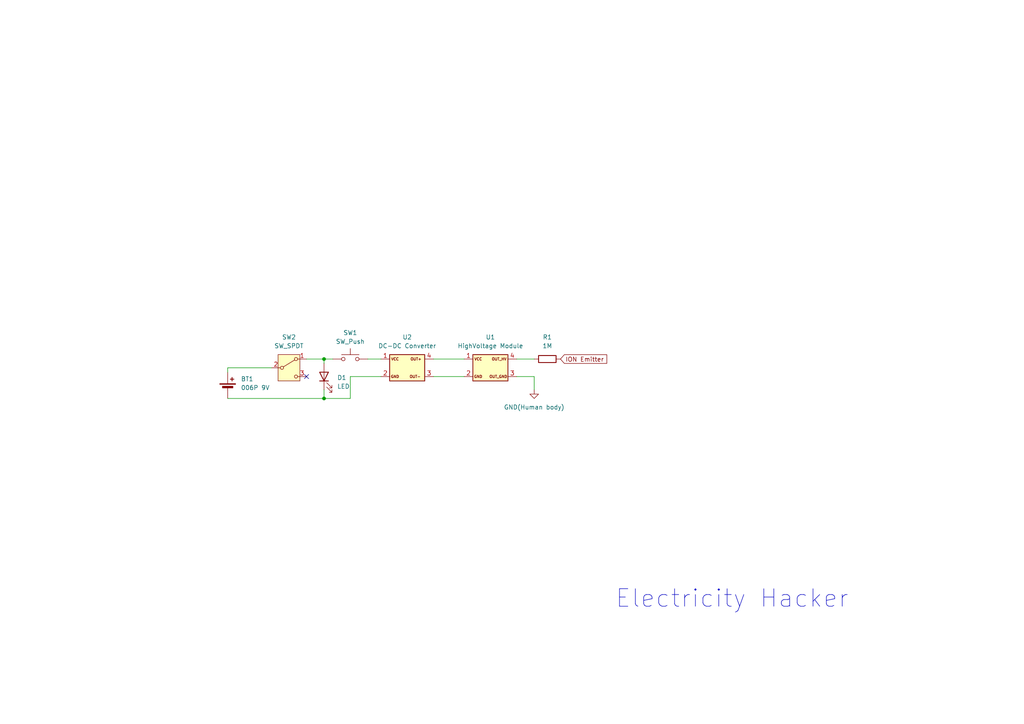
<source format=kicad_sch>
(kicad_sch (version 20250114) (generator "eeschema") (generator_version "9.0")
  (paper "A4")
  (lib_symbols
    (symbol "Device:Battery_Cell" (pin_numbers (hide yes)) (pin_names (offset 0) (hide yes))
      (property "Reference" "BT" (at 2.54 2.54 0))
      (property "Value" "Battery_Cell" (at 2.54 0 0))
      (symbol "Battery_Cell_0_1"
        (rectangle (start -2.286 1.778) (end 2.286 1.524) (fill (type outline)))
        (rectangle (start -1.524 1.016) (end 1.524 0.508) (fill (type outline)))
        (polyline (pts (xy 0 1.778) (xy 0 2.54)))
        (polyline (pts (xy 0 0.762) (xy 0 0)))
        (polyline (pts (xy 0.762 3.048) (xy 1.778 3.048)) (stroke (width 0.254)))
        (polyline (pts (xy 1.27 3.556) (xy 1.27 2.54)) (stroke (width 0.254)))
      )
      (symbol "Battery_Cell_1_1"
        (pin passive line (at 0 5.08 270) (length 2.54) (name "+") (number "1"))
        (pin passive line (at 0 -2.54 90) (length 2.54) (name "-") (number "2"))
      )
    )
    (symbol "Device:LED" (pin_numbers (hide yes)) (pin_names (offset 1.016) (hide yes))
      (property "Reference" "D" (at 0 2.54 0))
      (property "Value" "LED" (at 0 -2.54 0))
      (symbol "LED_0_1"
        (polyline (pts (xy -3.048 -0.762) (xy -4.572 -2.286) (xy -3.81 -2.286) (xy -4.572 -2.286) (xy -4.572 -1.524)))
        (polyline (pts (xy -1.778 -0.762) (xy -3.302 -2.286) (xy -2.54 -2.286) (xy -3.302 -2.286) (xy -3.302 -1.524)))
        (polyline (pts (xy -1.27 0) (xy 1.27 0)))
        (polyline (pts (xy -1.27 -1.27) (xy -1.27 1.27)) (stroke (width 0.254)))
        (polyline (pts (xy 1.27 -1.27) (xy 1.27 1.27) (xy -1.27 0) (xy 1.27 -1.27)) (stroke (width 0.254)))
      )
      (symbol "LED_1_1"
        (pin passive line (at -3.81 0 0) (length 2.54) (name "K") (number "1"))
        (pin passive line (at 3.81 0 180) (length 2.54) (name "A") (number "2"))
      )
    )
    (symbol "Device:R" (pin_numbers (hide yes)) (pin_names (offset 0))
      (property "Reference" "R" (at 2.032 0 90))
      (property "Value" "R" (at 0 0 90))
      (symbol "R_0_1"
        (rectangle (start -1.016 -2.54) (end 1.016 2.54) (stroke (width 0.254)))
      )
      (symbol "R_1_1"
        (pin passive line (at 0 3.81 270) (length 1.27) (name "~") (number "1"))
        (pin passive line (at 0 -3.81 90) (length 1.27) (name "~") (number "2"))
      )
    )
    (symbol "Isolator:PC817" (pin_names (offset 1.016))
      (property "Reference" "U1" (at 0 8.89 0))
      (property "Value" "HighVoltage Module" (at 0 6.35 0))
      (symbol "PC817_0_1"
        (rectangle (start -5.08 3.81) (end 5.08 -3.81) (stroke (width 0.254)) (fill (type background)))
      )
      (symbol "PC817_1_1"
        (text "VCC" (at -3.556 2.54 0) (effects (font (size 0.762 0.762))))
        (text "GND" (at -3.556 -2.54 0) (effects (font (size 0.762 0.762))))
        (text "OUT_GND" (at 2.286 -2.54 0) (effects (font (size 0.762 0.762))))
        (text "OUT_HV" (at 2.54 2.54 0) (effects (font (size 0.762 0.762))))
        (pin passive line (at -7.62 2.54 0) (length 2.54) (name "~") (number "1"))
        (pin passive line (at -7.62 -2.54 0) (length 2.54) (name "~") (number "2"))
        (pin passive line (at 7.62 2.54 180) (length 2.54) (name "~") (number "4"))
        (pin passive line (at 7.62 -2.54 180) (length 2.54) (name "~") (number "3"))
      )
    )
    (symbol "PC817_1" (pin_names (offset 1.016))
      (property "Reference" "U2" (at 0 8.89 0))
      (property "Value" "DC-DC Converter" (at 0 6.35 0))
      (symbol "PC817_1_0_1"
        (rectangle (start -5.08 3.81) (end 5.08 -3.81) (stroke (width 0.254)) (fill (type background)))
      )
      (symbol "PC817_1_1_1"
        (text "VCC" (at -3.556 2.54 0) (effects (font (size 0.762 0.762))))
        (text "GND" (at -3.556 -2.54 0) (effects (font (size 0.762 0.762))))
        (text "OUT-" (at 2.286 -2.54 0) (effects (font (size 0.762 0.762))))
        (text "OUT+" (at 2.54 2.54 0) (effects (font (size 0.762 0.762))))
        (pin passive line (at -7.62 2.54 0) (length 2.54) (name "~") (number "1"))
        (pin passive line (at -7.62 -2.54 0) (length 2.54) (name "~") (number "2"))
        (pin passive line (at 7.62 2.54 180) (length 2.54) (name "~") (number "4"))
        (pin passive line (at 7.62 -2.54 180) (length 2.54) (name "~") (number "3"))
      )
    )
    (symbol "Switch:SW_Push" (pin_numbers (hide yes)) (pin_names (offset 1.016) (hide yes))
      (property "Reference" "SW" (at 1.27 2.54 0))
      (property "Value" "SW_Push" (at 0 -1.524 0))
      (symbol "SW_Push_0_1"
        (circle (center -2.032 0) (radius 0.508))
        (polyline (pts (xy 0 1.27) (xy 0 3.048)))
        (circle (center 2.032 0) (radius 0.508))
        (polyline (pts (xy 2.54 1.27) (xy -2.54 1.27)))
        (pin passive line (at -5.08 0 0) (length 2.54) (name "1") (number "1"))
        (pin passive line (at 5.08 0 180) (length 2.54) (name "2") (number "2"))
      )
    )
    (symbol "Switch:SW_SPDT" (pin_names (offset 0) (hide yes))
      (property "Reference" "SW" (at 0 5.08 0))
      (property "Value" "SW_SPDT" (at 0 -5.08 0))
      (symbol "SW_SPDT_0_1"
        (circle (center -2.032 0) (radius 0.4572))
        (polyline (pts (xy -1.651 0.254) (xy 1.651 2.286)))
        (circle (center 2.032 2.54) (radius 0.4572))
        (circle (center 2.032 -2.54) (radius 0.4572))
      )
      (symbol "SW_SPDT_1_1"
        (rectangle (start -3.175 3.81) (end 3.175 -3.81) (fill (type background)))
        (pin passive line (at -5.08 0 0) (length 2.54) (name "B") (number "2"))
        (pin passive line (at 5.08 2.54 180) (length 2.54) (name "A") (number "1"))
        (pin passive line (at 5.08 -2.54 180) (length 2.54) (name "C") (number "3"))
      )
    )
    (symbol "power:GND" (power) (pin_numbers (hide yes)) (pin_names (offset 0) (hide yes))
      (property "Value" "GND" (at 0 -3.81 0))
      (symbol "GND_0_1"
        (polyline (pts (xy 0 0) (xy 0 -1.27) (xy 1.27 -1.27) (xy 0 -2.54) (xy -1.27 -1.27) (xy 0 -1.27)))
      )
      (symbol "GND_1_1"
        (pin power_in line (at 0 0 270) (length 0) (name "~") (number "1"))
      )
    )
  )
  (text "Electricity Hacker" (at 212.344 173.736 0) (effects (font (size 5.08 5.08))))
  (junction (at 93.98 104.14))
  (junction (at 93.98 115.57))
  (no_connect (at 88.9 109.22))
  (wire (pts (xy 66.04 115.57) (xy 93.98 115.57)))
  (wire (pts (xy 149.86 109.22) (xy 154.94 109.22)))
  (wire (pts (xy 101.6 115.57) (xy 101.6 109.22)))
  (wire (pts (xy 66.04 107.95) (xy 66.04 106.68)))
  (wire (pts (xy 93.98 104.14) (xy 96.52 104.14)))
  (wire (pts (xy 93.98 115.57) (xy 101.6 115.57)))
  (wire (pts (xy 154.94 109.22) (xy 154.94 113.03)))
  (wire (pts (xy 106.68 104.14) (xy 110.49 104.14)))
  (wire (pts (xy 101.6 109.22) (xy 110.49 109.22)))
  (wire (pts (xy 93.98 104.14) (xy 93.98 105.41)))
  (wire (pts (xy 66.04 106.68) (xy 78.74 106.68)))
  (wire (pts (xy 125.73 104.14) (xy 134.62 104.14)))
  (wire (pts (xy 149.86 104.14) (xy 154.94 104.14)))
  (wire (pts (xy 93.98 113.03) (xy 93.98 115.57)))
  (wire (pts (xy 88.9 104.14) (xy 93.98 104.14)))
  (wire (pts (xy 125.73 109.22) (xy 134.62 109.22)))
  (global_label "ION Emitter" (shape input) (at 162.56 104.14 0) (property "Intersheetrefs" "${INTERSHEET_REFS}" (effects (hide yes))))
  (symbol (lib_id "Switch:SW_SPDT") (at 83.82 106.68 0) (unit 1)
    (property "Reference" "SW2" (at 83.82 97.79 0))
    (property "Value" "SW_SPDT" (at 83.82 100.33 0))
    (property "Description" "Switch, single pole double throw" (effects (hide yes)))
  )
  (symbol (lib_name "PC817_1") (lib_id "Isolator:PC817") (at 118.11 106.68 0) (unit 1)
    (property "Reference" "U2" (at 118.11 97.79 0))
    (property "Value" "DC-DC Converter" (at 118.11 100.33 0))
    (property "Footprint" "Package_DIP:DIP-4_W7.62mm" (effects (hide yes)))
    (property "Datasheet" "http://www.soselectronic.cz/a_info/resource/d/pc817.pdf" (effects (hide yes)))
    (property "Description" "DC Optocoupler, Vce 35V, CTR 50-300%, DIP-4" (effects (hide yes)))
  )
  (symbol (lib_id "Device:R") (at 158.75 104.14 90) (unit 1)
    (property "Reference" "R1" (at 158.75 97.79 90))
    (property "Value" "1M" (at 158.75 100.33 90))
    (property "Description" "Resistor" (effects (hide yes)))
  )
  (symbol (lib_id "Switch:SW_Push") (at 101.6 104.14 0) (unit 1)
    (property "Reference" "SW1" (at 101.6 96.52 0))
    (property "Value" "SW_Push" (at 101.6 99.06 0))
    (property "Description" "Push button switch, generic, two pins" (effects (hide yes)))
  )
  (symbol (lib_id "Device:LED") (at 93.98 109.22 90) (unit 1)
    (property "Reference" "D1" (at 97.79 109.5374 90) (effects (justify right)))
    (property "Value" "LED" (at 97.79 112.0774 90) (effects (justify right)))
    (property "Description" "Light emitting diode" (effects (hide yes)))
    (property "Sim.Pins" "1=K 2=A" (effects (hide yes)))
  )
  (symbol (lib_id "Device:Battery_Cell") (at 66.04 113.03 0) (unit 1)
    (property "Reference" "BT1" (at 69.85 109.9184 0) (effects (justify left)))
    (property "Value" "006P 9V" (at 69.85 112.4584 0) (effects (justify left)))
    (property "Description" "Single-cell battery" (effects (hide yes)))
    (property "Sim.Device" "V" (effects (hide yes)))
    (property "Sim.Type" "DC" (effects (hide yes)))
    (property "Sim.Pins" "1=+ 2=-" (effects (hide yes)))
  )
  (symbol (lib_id "Isolator:PC817") (at 142.24 106.68 0) (unit 1)
    (property "Reference" "U1" (at 142.24 97.79 0))
    (property "Value" "HighVoltage Module" (at 142.24 100.33 0))
    (property "Footprint" "Package_DIP:DIP-4_W7.62mm" (effects (hide yes)))
    (property "Datasheet" "http://www.soselectronic.cz/a_info/resource/d/pc817.pdf" (effects (hide yes)))
    (property "Description" "DC Optocoupler, Vce 35V, CTR 50-300%, DIP-4" (effects (hide yes)))
  )
  (symbol (lib_id "power:GND") (at 154.94 113.03 0) (unit 1)
    (property "Reference" "#PWR01" (effects (hide yes)))
    (property "Value" "GND(Human body)" (at 154.94 118.11 0))
    (property "Description" "Power symbol creates a global label with name \"GND\" , ground" (effects (hide yes)))
  )
)
</source>
